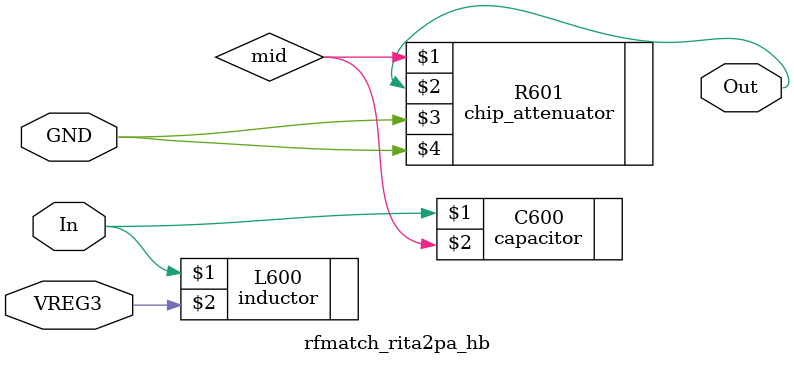
<source format=v>
/* RF Tx path from Rita to PA, high bands */

module rfmatch_rita2pa_hb (In, Out, GND, VREG3);

input In;
output Out;
input GND, VREG3;

wire mid;

inductor L600 (In, VREG3);
capacitor C600 (In, mid);
chip_attenuator R601 (mid, Out, GND, GND);

endmodule

</source>
